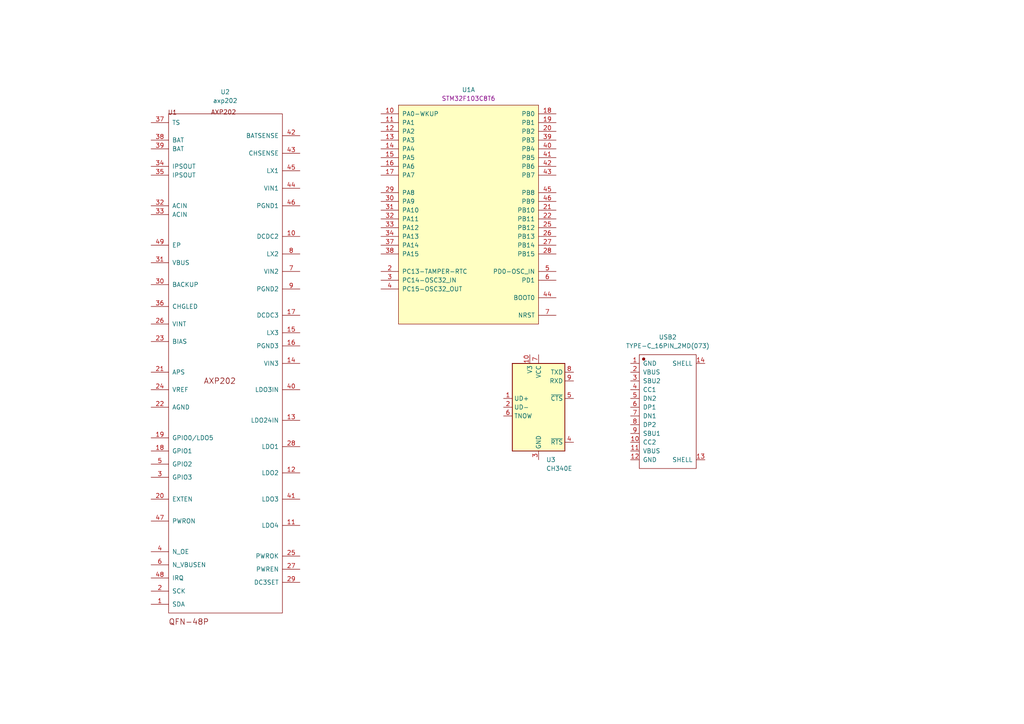
<source format=kicad_sch>
(kicad_sch (version 20230121) (generator eeschema)
  (paper "A4")
  (lib_symbols
    (symbol "Interface_USB:CH340E"
      (property "Reference" "U" (at -5.08 13.97 0))
      (property "Value" "CH340E" (at 1.27 13.97 0))
      (symbol "CH340E_0_1"
        (rectangle (start -7.62 12.7) (end 7.62 -12.7) (stroke (width 0.254)) (fill (type background)))
      )
      (symbol "CH340E_1_1"
        (pin bidirectional line (at -10.16 2.54 0) (length 2.54) (name "UD+") (number "1"))
        (pin passive line (at -2.54 15.24 270) (length 2.54) (name "V3") (number "10"))
        (pin bidirectional line (at -10.16 0 0) (length 2.54) (name "UD-") (number "2"))
        (pin power_in line (at 0 -15.24 90) (length 2.54) (name "GND") (number "3"))
        (pin output line (at 10.16 -10.16 180) (length 2.54) (name "~{RTS}") (number "4"))
        (pin input line (at 10.16 2.54 180) (length 2.54) (name "~{CTS}") (number "5"))
        (pin output line (at -10.16 -2.54 0) (length 2.54) (name "TNOW") (number "6"))
        (pin power_in line (at 0 15.24 270) (length 2.54) (name "VCC") (number "7"))
        (pin output line (at 10.16 10.16 180) (length 2.54) (name "TXD") (number "8"))
        (pin input line (at 10.16 7.62 180) (length 2.54) (name "RXD") (number "9"))
      )
    )
    (symbol "lc_MCU:STM32F103C8T6" (pin_names (offset 1.016))
      (property "Reference" "U" (at -22.86 34.29 0))
      (property "Comment" "STM32F103C8T6" (at -19.05 34.29 0))
      (symbol "STM32F103C8T6_1_1"
        (rectangle (start -17.78 -30.48) (end 22.86 33.02) (fill (type background)))
        (pin bidirectional line (at -22.86 30.48 0) (length 5.08) (name "PA0-WKUP") (number "10"))
        (pin bidirectional line (at -22.86 27.94 0) (length 5.08) (name "PA1") (number "11"))
        (pin bidirectional line (at -22.86 25.4 0) (length 5.08) (name "PA2") (number "12"))
        (pin bidirectional line (at -22.86 22.86 0) (length 5.08) (name "PA3") (number "13"))
        (pin bidirectional line (at -22.86 20.32 0) (length 5.08) (name "PA4") (number "14"))
        (pin bidirectional line (at -22.86 17.78 0) (length 5.08) (name "PA5") (number "15"))
        (pin bidirectional line (at -22.86 15.24 0) (length 5.08) (name "PA6") (number "16"))
        (pin bidirectional line (at -22.86 12.7 0) (length 5.08) (name "PA7") (number "17"))
        (pin bidirectional line (at 27.94 30.48 180) (length 5.08) (name "PB0") (number "18"))
        (pin bidirectional line (at 27.94 27.94 180) (length 5.08) (name "PB1") (number "19"))
        (pin bidirectional line (at -22.86 -15.24 0) (length 5.08) (name "PC13-TAMPER-RTC") (number "2"))
        (pin bidirectional line (at 27.94 25.4 180) (length 5.08) (name "PB2") (number "20"))
        (pin bidirectional line (at 27.94 2.54 180) (length 5.08) (name "PB10") (number "21"))
        (pin bidirectional line (at 27.94 0 180) (length 5.08) (name "PB11") (number "22"))
        (pin bidirectional line (at 27.94 -2.54 180) (length 5.08) (name "PB12") (number "25"))
        (pin bidirectional line (at 27.94 -5.08 180) (length 5.08) (name "PB13") (number "26"))
        (pin bidirectional line (at 27.94 -7.62 180) (length 5.08) (name "PB14") (number "27"))
        (pin bidirectional line (at 27.94 -10.16 180) (length 5.08) (name "PB15") (number "28"))
        (pin bidirectional line (at -22.86 7.62 0) (length 5.08) (name "PA8") (number "29"))
        (pin bidirectional line (at -22.86 -17.78 0) (length 5.08) (name "PC14-OSC32_IN") (number "3"))
        (pin bidirectional line (at -22.86 5.08 0) (length 5.08) (name "PA9") (number "30"))
        (pin bidirectional line (at -22.86 2.54 0) (length 5.08) (name "PA10") (number "31"))
        (pin bidirectional line (at -22.86 0 0) (length 5.08) (name "PA11") (number "32"))
        (pin bidirectional line (at -22.86 -2.54 0) (length 5.08) (name "PA12") (number "33"))
        (pin bidirectional line (at -22.86 -5.08 0) (length 5.08) (name "PA13") (number "34"))
        (pin bidirectional line (at -22.86 -7.62 0) (length 5.08) (name "PA14") (number "37"))
        (pin bidirectional line (at -22.86 -10.16 0) (length 5.08) (name "PA15") (number "38"))
        (pin bidirectional line (at 27.94 22.86 180) (length 5.08) (name "PB3") (number "39"))
        (pin bidirectional line (at -22.86 -20.32 0) (length 5.08) (name "PC15-OSC32_OUT") (number "4"))
        (pin bidirectional line (at 27.94 20.32 180) (length 5.08) (name "PB4") (number "40"))
        (pin bidirectional line (at 27.94 17.78 180) (length 5.08) (name "PB5") (number "41"))
        (pin bidirectional line (at 27.94 15.24 180) (length 5.08) (name "PB6") (number "42"))
        (pin bidirectional line (at 27.94 12.7 180) (length 5.08) (name "PB7") (number "43"))
        (pin input line (at 27.94 -22.86 180) (length 5.08) (name "BOOT0") (number "44"))
        (pin bidirectional line (at 27.94 7.62 180) (length 5.08) (name "PB8") (number "45"))
        (pin bidirectional line (at 27.94 5.08 180) (length 5.08) (name "PB9") (number "46"))
        (pin bidirectional line (at 27.94 -15.24 180) (length 5.08) (name "PD0-OSC_IN") (number "5"))
        (pin bidirectional line (at 27.94 -17.78 180) (length 5.08) (name "PD1") (number "6"))
        (pin bidirectional line (at 27.94 -27.94 180) (length 5.08) (name "NRST") (number "7"))
      )
      (symbol "STM32F103C8T6_2_1"
        (rectangle (start -10.16 -10.16) (end 10.16 10.16) (fill (type background)))
        (pin power_in line (at -15.24 7.62 0) (length 5.08) (name "VBAT") (number "1"))
        (pin power_in line (at 15.24 2.54 180) (length 5.08) (name "VSS_1") (number "23"))
        (pin power_in line (at -15.24 2.54 0) (length 5.08) (name "VDD_1") (number "24"))
        (pin power_in line (at 15.24 0 180) (length 5.08) (name "VSS_2") (number "35"))
        (pin power_in line (at -15.24 0 0) (length 5.08) (name "VDD_2") (number "36"))
        (pin power_in line (at 15.24 -2.54 180) (length 5.08) (name "VSS_3") (number "47"))
        (pin power_in line (at -15.24 -2.54 0) (length 5.08) (name "VDD_3") (number "48"))
        (pin power_in line (at 15.24 -7.62 180) (length 5.08) (name "VSSA") (number "8"))
        (pin power_in line (at -15.24 -7.62 0) (length 5.08) (name "VDDA") (number "9"))
      )
    )
    (symbol "lceda:TYPE-C_16PIN_2MD(073)" (pin_names (offset 1.016))
      (property "Reference" "USB" (at 0 19.177 0))
      (property "Value" "TYPE-C_16PIN_2MD(073)" (at 0 24.257 0))
      (symbol "TYPE-C_16PIN_2MD(073)_1_1"
        (rectangle (start -8.89 16.51) (end 7.62 -16.51) (stroke (width 0.1524)))
        (circle (center -7.62 15.24) (radius 0.381) (stroke (width 0.1524)) (fill (type outline)))
        (pin input line (at -11.43 13.97 0) (length 2.54) (name "GND") (number "1"))
        (pin input line (at -11.43 -8.89 0) (length 2.54) (name "CC2") (number "10"))
        (pin input line (at -11.43 -11.43 0) (length 2.54) (name "VBUS") (number "11"))
        (pin input line (at -11.43 -13.97 0) (length 2.54) (name "GND") (number "12"))
        (pin input line (at 10.16 -13.97 180) (length 2.54) (name "SHELL") (number "13"))
        (pin input line (at 10.16 13.97 180) (length 2.54) (name "SHELL") (number "14"))
        (pin input line (at -11.43 11.43 0) (length 2.54) (name "VBUS") (number "2"))
        (pin input line (at -11.43 8.89 0) (length 2.54) (name "SBU2") (number "3"))
        (pin input line (at -11.43 6.35 0) (length 2.54) (name "CC1") (number "4"))
        (pin input line (at -11.43 3.81 0) (length 2.54) (name "DN2") (number "5"))
        (pin input line (at -11.43 1.27 0) (length 2.54) (name "DP1") (number "6"))
        (pin input line (at -11.43 -1.27 0) (length 2.54) (name "DN1") (number "7"))
        (pin input line (at -11.43 -3.81 0) (length 2.54) (name "DP2") (number "8"))
        (pin input line (at -11.43 -6.35 0) (length 2.54) (name "SBU1") (number "9"))
      )
    )
    (symbol "lceda:axp202" (pin_names (offset 1.016))
      (property "Reference" "U" (at 0 76.3524 0))
      (property "Value" "axp202" (at 0 81.4324 0))
      (symbol "axp202_1_1"
        (rectangle (start -17.78 71.12) (end 15.24 -73.66) (stroke (width 0.1524)))
        (text "AXP202" (at -7.62 -6.35 0) (effects (font (size 1.6256 1.6256)) (justify left)))
        (text "AXP202" (at -5.5372 71.628 0) (effects (font (size 1.27 1.27)) (justify left)))
        (text "QFN-48P" (at -17.78 -76.2 0) (effects (font (size 1.6256 1.6256)) (justify left)))
        (text "U1" (at -18.034 71.5518 0) (effects (font (size 1.27 1.27)) (justify left)))
        (pin input line (at -22.86 -71.12 0) (length 5.08) (name "SDA") (number "1"))
        (pin input line (at 20.32 35.56 180) (length 5.08) (name "DCDC2") (number "10"))
        (pin input line (at 20.32 -48.26 180) (length 5.08) (name "LDO4") (number "11"))
        (pin input line (at 20.32 -33.02 180) (length 5.08) (name "LDO2") (number "12"))
        (pin input line (at 20.32 -17.78 180) (length 5.08) (name "LDO24IN") (number "13"))
        (pin input line (at 20.32 -1.27 180) (length 5.08) (name "VIN3") (number "14"))
        (pin input line (at 20.32 7.62 180) (length 5.08) (name "LX3") (number "15"))
        (pin input line (at 20.32 3.81 180) (length 5.08) (name "PGND3") (number "16"))
        (pin input line (at 20.32 12.7 180) (length 5.08) (name "DCDC3") (number "17"))
        (pin input line (at -22.86 -26.67 0) (length 5.08) (name "GPIO1") (number "18"))
        (pin input line (at -22.86 -22.86 0) (length 5.08) (name "GPIO0/LDO5") (number "19"))
        (pin input line (at -22.86 -67.31 0) (length 5.08) (name "SCK") (number "2"))
        (pin input line (at -22.86 -40.64 0) (length 5.08) (name "EXTEN") (number "20"))
        (pin input line (at -22.86 -3.81 0) (length 5.08) (name "APS") (number "21"))
        (pin input line (at -22.86 -13.97 0) (length 5.08) (name "AGND") (number "22"))
        (pin input line (at -22.86 5.08 0) (length 5.08) (name "BIAS") (number "23"))
        (pin input line (at -22.86 -8.89 0) (length 5.08) (name "VREF") (number "24"))
        (pin input line (at 20.32 -57.15 180) (length 5.08) (name "PWROK") (number "25"))
        (pin input line (at -22.86 10.16 0) (length 5.08) (name "VINT") (number "26"))
        (pin input line (at 20.32 -60.96 180) (length 5.08) (name "PWREN") (number "27"))
        (pin input line (at 20.32 -25.4 180) (length 5.08) (name "LDO1") (number "28"))
        (pin input line (at 20.32 -64.77 180) (length 5.08) (name "DC3SET") (number "29"))
        (pin input line (at -22.86 -34.29 0) (length 5.08) (name "GPIO3") (number "3"))
        (pin input line (at -22.86 21.59 0) (length 5.08) (name "BACKUP") (number "30"))
        (pin input line (at -22.86 27.94 0) (length 5.08) (name "VBUS") (number "31"))
        (pin input line (at -22.86 44.45 0) (length 5.08) (name "ACIN") (number "32"))
        (pin input line (at -22.86 41.91 0) (length 5.08) (name "ACIN") (number "33"))
        (pin input line (at -22.86 55.88 0) (length 5.08) (name "IPSOUT") (number "34"))
        (pin input line (at -22.86 53.34 0) (length 5.08) (name "IPSOUT") (number "35"))
        (pin input line (at -22.86 15.24 0) (length 5.08) (name "CHGLED") (number "36"))
        (pin input line (at -22.86 68.58 0) (length 5.08) (name "TS") (number "37"))
        (pin input line (at -22.86 63.5 0) (length 5.08) (name "BAT") (number "38"))
        (pin input line (at -22.86 60.96 0) (length 5.08) (name "BAT") (number "39"))
        (pin input line (at -22.86 -55.88 0) (length 5.08) (name "N_OE") (number "4"))
        (pin input line (at 20.32 -8.89 180) (length 5.08) (name "LDO3IN") (number "40"))
        (pin input line (at 20.32 -40.64 180) (length 5.08) (name "LDO3") (number "41"))
        (pin input line (at 20.32 64.77 180) (length 5.08) (name "BATSENSE") (number "42"))
        (pin input line (at 20.32 59.69 180) (length 5.08) (name "CHSENSE") (number "43"))
        (pin input line (at 20.32 49.53 180) (length 5.08) (name "VIN1") (number "44"))
        (pin input line (at 20.32 54.61 180) (length 5.08) (name "LX1") (number "45"))
        (pin input line (at 20.32 44.45 180) (length 5.08) (name "PGND1") (number "46"))
        (pin input line (at -22.86 -46.99 0) (length 5.08) (name "PWRON") (number "47"))
        (pin input line (at -22.86 -63.5 0) (length 5.08) (name "IRQ") (number "48"))
        (pin input line (at -22.86 33.02 0) (length 5.08) (name "EP") (number "49"))
        (pin input line (at -22.86 -30.48 0) (length 5.08) (name "GPIO2") (number "5"))
        (pin input line (at -22.86 -59.69 0) (length 5.08) (name "N_VBUSEN") (number "6"))
        (pin input line (at 20.32 25.4 180) (length 5.08) (name "VIN2") (number "7"))
        (pin input line (at 20.32 30.48 180) (length 5.08) (name "LX2") (number "8"))
        (pin input line (at 20.32 20.32 180) (length 5.08) (name "PGND2") (number "9"))
      )
    )
  )
  (symbol (lib_id "Interface_USB:CH340E") (at 156.21 118.11 0) (unit 1)
    (property "Reference" "U3" (at 158.4041 133.35 0) (effects (justify left)))
    (property "Value" "CH340E" (at 158.4041 135.89 0) (effects (justify left)))
    (property "Footprint" "Package_SO:MSOP-10_3x3mm_P0.5mm" (effects hide))
    (property "Datasheet" "https://www.mpja.com/download/35227cpdata.pdf" (effects hide))
  )
  (symbol (lib_id "lceda:axp202") (at 66.675 104.14 0) (unit 1)
    (property "Reference" "U2" (at 65.3161 26.67 0))
    (property "Value" "axp202" (at 65.3161 29.21 0))
    (property "Footprint" "kicad_lceda:AXP202" (effects hide))
    (property "uuid" "std:bbc1a0ce17ae42f59a2620cd5ae440d0" (effects hide))
  )
  (symbol (lib_id "lc_MCU:STM32F103C8T6") (at 133.35 63.5 0) (unit 1)
    (property "Reference" "U1" (at 135.89 26.035 0))
    (property "Value" "STM32F103C8T6" (effects hide))
    (property "Footprint" "lc_lib:LQFP-48_7X7X05P" (effects hide))
    (property "Datasheet" "http://www.szlcsc.com/product/details_9243.html" (effects hide))
    (property "description" "ARM" (effects hide))
    (property "ComponentLink1Description" "供应商链接" (effects hide))
    (property "Package" "LQFP-48_7x7x05P" (effects hide))
    (property "Supplier" "LC" (effects hide))
    (property "SuppliersPartNumber" "C8734" (effects hide))
    (property "Comment" "STM32F103C8T6" (at 135.89 28.575 0))
  )
  (symbol (lib_id "lceda:TYPE-C_16PIN_2MD(073)") (at 194.31 119.38 0) (unit 1)
    (property "Reference" "USB2" (at 193.675 97.79 0))
    (property "Value" "TYPE-C_16PIN_2MD(073)" (at 193.675 100.33 0))
    (property "Footprint" "kicad_lceda:USB-C-SMD_TYPE-C-6PIN-2MD-073" (effects hide))
    (property "SuppliersPartNumber" "C2765186" (effects hide))
    (property "uuid" "std:04b7d8073e854006b41709a96b7a21a9" (effects hide))
  )
)
</source>
